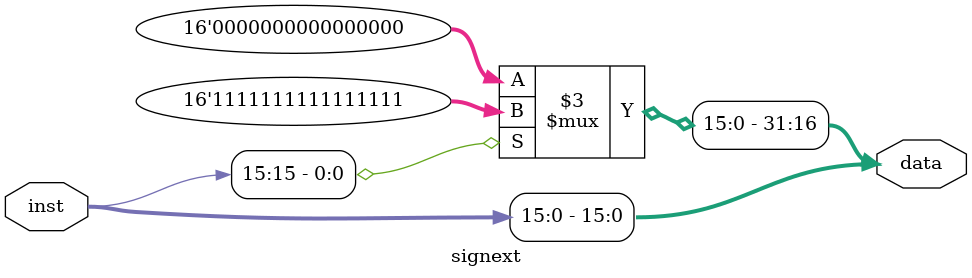
<source format=v>
`timescale 1ns / 1ps
module signext(inst, data);
   input [15:0] inst;
   output [31:0] data;
    
	reg [31:0] data;
	
	always @(inst)
	begin
		data = inst;
		if(data[15])
			data[31:16] = 16'b1111111111111111;
		else
			data[31:16] = 16'b0000000000000000;
	end
		

endmodule

</source>
